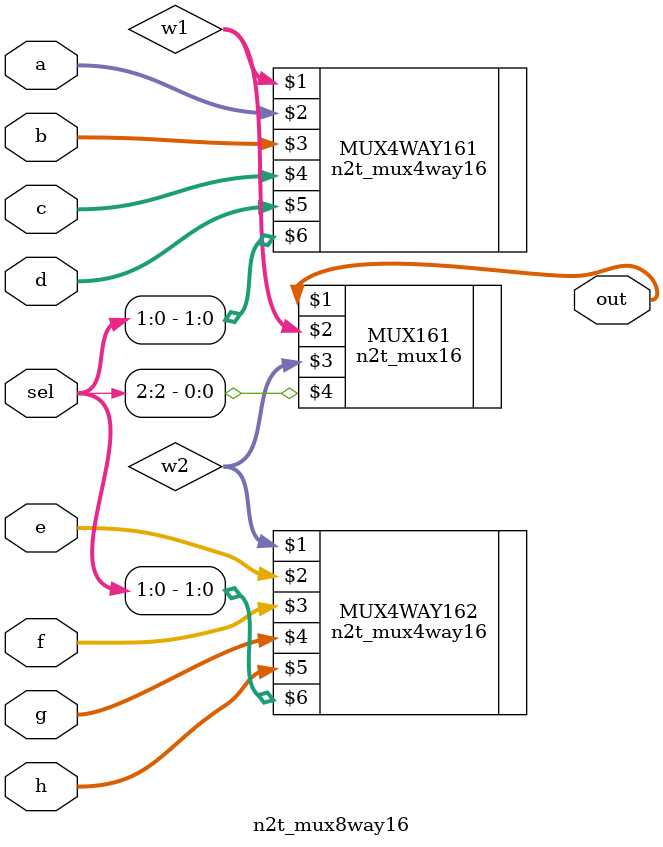
<source format=v>
`timescale 1ns / 1ps


module n2t_mux8way16(out, a, b, c, d, e, f, g, h, sel);
    output [15:0] out;
    input  [15:0] a, b, c, d, e, f, g, h;
    input  [2:0] sel;
    
    wire [15:0] w1, w2;
    
    n2t_mux4way16 MUX4WAY161(w1, a, b, c, d, sel[1:0]);
    n2t_mux4way16 MUX4WAY162(w2, e, f, g, h, sel[1:0]);
    
    n2t_mux16 MUX161(out, w1, w2, sel[2]);
    
endmodule

</source>
